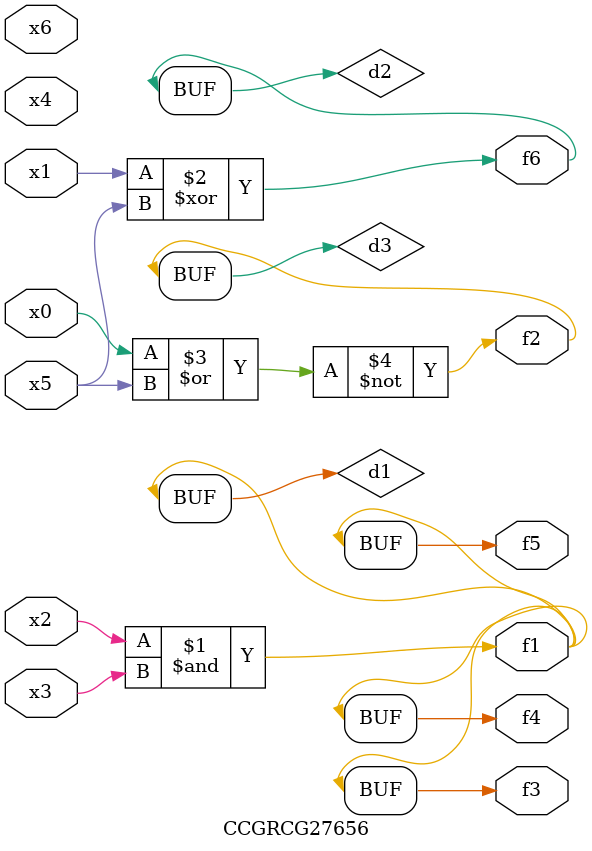
<source format=v>
module CCGRCG27656(
	input x0, x1, x2, x3, x4, x5, x6,
	output f1, f2, f3, f4, f5, f6
);

	wire d1, d2, d3;

	and (d1, x2, x3);
	xor (d2, x1, x5);
	nor (d3, x0, x5);
	assign f1 = d1;
	assign f2 = d3;
	assign f3 = d1;
	assign f4 = d1;
	assign f5 = d1;
	assign f6 = d2;
endmodule

</source>
